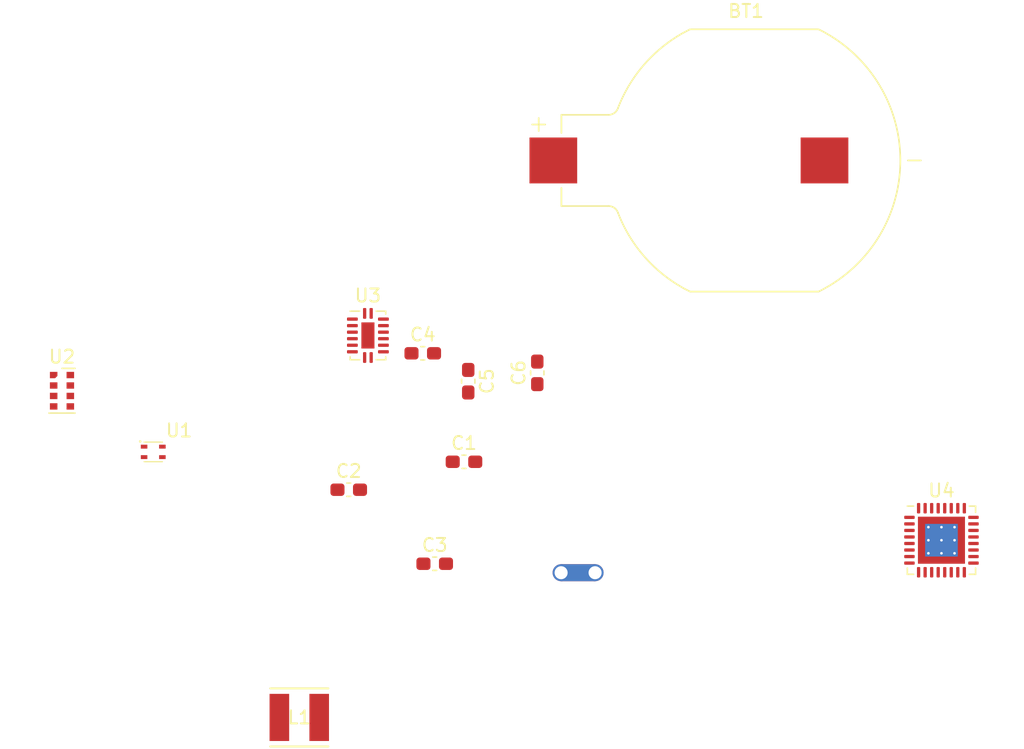
<source format=kicad_pcb>
(kicad_pcb (version 20221018) (generator pcbnew)
  (layers (0 "F.Cu" signal) (31 "B.Cu" signal) (34 "B.Paste" user) (35 "F.Paste" user) (36 "B.SilkS" user "B.Silkscreen") (37 "F.SilkS" user "F.Silkscreen") (38 "B.Mask" user) (39 "F.Mask" user) (44 "Edge.Cuts" user))
  (net 0 "")
  (net 3 "+BATT")
  (net 4 "GNDPWR")
  (net 5 "+3.3V")
  (net 6 "NBM_SDO")
  (net 7 "NBM_CS")
  (net 8 "NBM_SDI")
  (net 9 "NBM_SCLK")
  (net 10 "GND")
  (net 11 "Net-(U3-LX1)")
  (net 12 "Net-(U3-LX2)")
  (net 13 "FAST_SDA")
  (net 14 "FAST_SCL")
  (net 15 "AS7343_INT")
  (net 16 "NBM_RDY")
  (net 17 "Net-(U3-VDP)")
  (net 37 "Net-(U4-VSS-Pad20)")
  (net 49 "Net-(U3-CAP)")
  (net 50 "Net-(U3-BAL)")
  (footprint "Capacitor_SMD:C_0603_1608Metric_Pad1.08x0.95mm_HandSolder" (layer "F.Cu") (at 99.9794 49.0168)
    (fp_text reference "C1" (at 0 -1.43) (layer "F.SilkS"))
    (fp_text value "1 uF")
    (fp_line (start -0.146267 -0.51) (end 0.146267 -0.51) (stroke (width 0.12)) (layer "F.SilkS"))
    (fp_line (start -0.146267 0.51) (end 0.146267 0.51) (stroke (width 0.12)) (layer "F.SilkS"))
    (pad "1" smd roundrect (at -0.8625 0) (size 1.075 0.95) (layers "F.Cu" "F.Paste" "F.Mask") (net 3 "+BATT"))
    (pad "2" smd roundrect (at 0.8625 0) (size 1.075 0.95) (layers "F.Cu" "F.Paste" "F.Mask") (net 4 "GNDPWR"))
  )
  (footprint "1070TR:KEYSTONE_1070TR" (layer "F.Cu") (at 122.19585 25.9588)
    (fp_text reference "BT1" (at -0.635 -11.43) (layer "F.SilkS"))
    (fp_text value "1070TR")
    (fp_line (start -17 -2.75) (end -16 -2.75) (stroke (width 0.127)) (layer "F.SilkS"))
    (fp_line (start -16.5 -3.25) (end -16.5 -2.25) (stroke (width 0.127)) (layer "F.SilkS"))
    (fp_line (start -14.76 -3.49) (end -14.76 -2.1) (stroke (width 0.127)) (layer "F.SilkS"))
    (fp_line (start -14.76 -3.49) (end -11.154 -3.49) (stroke (width 0.127)) (layer "F.SilkS"))
    (fp_line (start -14.76 2.1) (end -14.76 3.49) (stroke (width 0.127)) (layer "F.SilkS"))
    (fp_line (start -14.76 3.49) (end -11.154 3.49) (stroke (width 0.127)) (layer "F.SilkS"))
    (fp_line (start -4.91726 -10.035) (end 4.91726 -10.035) (stroke (width 0.127)) (layer "F.SilkS"))
    (fp_line (start -4.91726 10.035) (end 4.91726 10.035) (stroke (width 0.127)) (layer "F.SilkS"))
    (fp_line (start 11.75 0) (end 12.75 0) (stroke (width 0.127)) (layer "F.SilkS"))
    (fp_arc (start -11.154 3.49) (mid -10.721681 3.624518) (end -10.442 3.98057) (stroke (width 0.127)) (layer "F.SilkS"))
    (fp_arc (start -10.442 -3.98057) (mid -10.721681 -3.624518) (end -11.154 -3.49) (stroke (width 0.127)) (layer "F.SilkS"))
    (fp_arc (start -10.442 -3.98057) (mid -8.25474 -7.53258) (end -4.91726 -10.035) (stroke (width 0.127)) (layer "F.SilkS"))
    (fp_arc (start -4.91726 10.035) (mid -8.25474 7.53258) (end -10.442 3.98057) (stroke (width 0.127)) (layer "F.SilkS"))
    (fp_arc (start 4.91726 -10.035) (mid 11.174985 0) (end 4.91726 10.035) (stroke (width 0.127)) (layer "F.SilkS"))
    (pad "N" smd rect (at 5.37 0) (size 3.65 3.51) (layers "F.Cu" "F.Paste" "F.Mask") (net 4 "GNDPWR"))
    (pad "P" smd rect (at -15.38 0) (size 3.65 3.51) (layers "F.Cu" "F.Paste" "F.Mask") (net 3 "+BATT"))
  )
  (footprint "Capacitor_SMD:C_0603_1608Metric_Pad1.08x0.95mm_HandSolder" (layer "F.Cu") (at 97.7392 56.8198)
    (fp_text reference "C3" (at 0 -1.43) (layer "F.SilkS"))
    (fp_text value "1 uF")
    (fp_line (start -0.146267 -0.51) (end 0.146267 -0.51) (stroke (width 0.12)) (layer "F.SilkS"))
    (fp_line (start -0.146267 0.51) (end 0.146267 0.51) (stroke (width 0.12)) (layer "F.SilkS"))
    (pad "1" smd roundrect (at -0.8625 0) (size 1.075 0.95) (layers "F.Cu" "F.Paste" "F.Mask") (net 17 "Net-(U3-VDP)"))
    (pad "2" smd roundrect (at 0.8625 0) (size 1.075 0.95) (layers "F.Cu" "F.Paste" "F.Mask") (net 10 "GND"))
  )
  (footprint "Capacitor_SMD:C_0603_1608Metric_Pad1.08x0.95mm_HandSolder" (layer "F.Cu") (at 91.1606 51.1556)
    (fp_text reference "C2" (at 0 -1.43) (layer "F.SilkS"))
    (fp_text value "47 uF")
    (fp_line (start -0.146267 -0.51) (end 0.146267 -0.51) (stroke (width 0.12)) (layer "F.SilkS"))
    (fp_line (start -0.146267 0.51) (end 0.146267 0.51) (stroke (width 0.12)) (layer "F.SilkS"))
    (pad "1" smd roundrect (at -0.8625 0) (size 1.075 0.95) (layers "F.Cu" "F.Paste" "F.Mask") (net 5 "+3.3V"))
    (pad "2" smd roundrect (at 0.8625 0) (size 1.075 0.95) (layers "F.Cu" "F.Paste" "F.Mask") (net 4 "GNDPWR"))
  )
  (footprint "NetTie:NetTie-2_THT_Pad1.0mm" (layer "F.Cu") (at 107.412 57.5056)
    (fp_text reference "NT1" hide)
    (fp_text value "NetTie_2" hide)
    (fp_poly (pts (xy 0 -0.65) (xy 2.6 -0.65) (xy 2.6 0.65) (xy 0 0.65)) (fill solid) (layer "F.Cu"))
    (fp_poly (pts (xy 0 -0.65) (xy 2.6 -0.65) (xy 2.6 0.65) (xy 0 0.65)) (fill solid) (layer "B.Cu"))
    (pad "1" thru_hole circle (at 0 0) (size 1.3 1.3) (drill 1) (layers "*.Cu") (net 10 "GND"))
    (pad "2" thru_hole circle (at 2.6 0) (size 1.3 1.3) (drill 1) (layers "*.Cu") (net 4 "GNDPWR"))
  )
  (footprint "SHT41_AD1F_R2:SHT4X" (layer "F.Cu") (at 76.2 48.26)
    (fp_text reference "U1" (at 1.975 -1.635) (layer "F.SilkS"))
    (fp_text value "SHT41-AD1F-R2")
    (fp_line (start -0.7 -0.75) (end 0.7 -0.75) (stroke (width 0.1)) (layer "F.SilkS"))
    (fp_line (start -0.7 0.75) (end 0.7 0.75) (stroke (width 0.1)) (layer "F.SilkS"))
    (fp_circle (center -1 -0.8) (end -0.95 -0.8) (stroke (width 0.1)) (fill none) (layer "F.SilkS"))
    (pad "1" smd rect (at -0.7 -0.4) (size 0.5 0.3) (layers "F.Cu" "F.Paste" "F.Mask") (net 13 "FAST_SDA"))
    (pad "2" smd rect (at -0.7 0.4) (size 0.5 0.3) (layers "F.Cu" "F.Paste" "F.Mask") (net 14 "FAST_SCL"))
    (pad "3" smd rect (at 0.7 0.4) (size 0.5 0.3) (layers "F.Cu" "F.Paste" "F.Mask") (net 5 "+3.3V"))
    (pad "4" smd rect (at 0.7 -0.4) (size 0.5 0.3) (layers "F.Cu" "F.Paste" "F.Mask") (net 10 "GND"))
  )
  (footprint "Package_LGA:AMS_OLGA-8_2x3.1mm_P0.8mm" (layer "F.Cu") (at 69.218 43.58)
    (fp_text reference "U2" (at 0 -2.6) (layer "F.SilkS"))
    (fp_text value "AS7343xDLG")
    (fp_line (start -1 1.71) (end 1 1.71) (stroke (width 0.12)) (layer "F.SilkS"))
    (fp_line (start 0 -1.71) (end 1 -1.71) (stroke (width 0.12)) (layer "F.SilkS"))
    (pad "1" smd roundrect (at -0.638 -1.2) (size 0.575 0.488) (layers "F.Cu" "F.Paste" "F.Mask") (roundrect_rratio 0) (chamfer_ratio 0.3625) (chamfer bottom_right) (net 5 "+3.3V"))
    (pad "2" smd rect (at -0.638 -0.4) (size 0.575 0.488) (layers "F.Cu" "F.Paste" "F.Mask") (net 14 "FAST_SCL"))
    (pad "3" smd rect (at -0.638 0.4) (size 0.575 0.488) (layers "F.Cu" "F.Paste" "F.Mask") (net 10 "GND"))
    (pad "4" smd rect (at -0.638 1.2) (size 0.575 0.488) (layers "F.Cu" "F.Paste" "F.Mask"))
    (pad "5" smd rect (at 0.638 1.2) (size 0.575 0.488) (layers "F.Cu" "F.Paste" "F.Mask") (net 10 "GND"))
    (pad "6" smd rect (at 0.638 0.4) (size 0.575 0.488) (layers "F.Cu" "F.Paste" "F.Mask"))
    (pad "7" smd rect (at 0.638 -0.4) (size 0.575 0.488) (layers "F.Cu" "F.Paste" "F.Mask") (net 15 "AS7343_INT"))
    (pad "8" smd rect (at 0.638 -1.2) (size 0.575 0.488) (layers "F.Cu" "F.Paste" "F.Mask") (net 13 "FAST_SDA"))
  )
  (footprint "Package_DFN_QFN:QFN-32-1EP_5x5mm_P0.5mm_EP3.6x3.6mm_ThermalVias" (layer "F.Cu") (at 136.517 55.0194)
    (fp_text reference "U4" (at 0 -3.8) (layer "F.SilkS"))
    (fp_text value "nRF52811-QCxx")
    (fp_line (start -2.61 2.61) (end -2.61 2.135) (stroke (width 0.12)) (layer "F.SilkS"))
    (fp_line (start -2.135 -2.61) (end -2.61 -2.61) (stroke (width 0.12)) (layer "F.SilkS"))
    (fp_line (start -2.135 2.61) (end -2.61 2.61) (stroke (width 0.12)) (layer "F.SilkS"))
    (fp_line (start 2.135 -2.61) (end 2.61 -2.61) (stroke (width 0.12)) (layer "F.SilkS"))
    (fp_line (start 2.135 2.61) (end 2.61 2.61) (stroke (width 0.12)) (layer "F.SilkS"))
    (fp_line (start 2.61 -2.61) (end 2.61 -2.135) (stroke (width 0.12)) (layer "F.SilkS"))
    (fp_line (start 2.61 2.61) (end 2.61 2.135) (stroke (width 0.12)) (layer "F.SilkS"))
    (pad "1" smd roundrect (at -2.45 -1.75) (size 0.8 0.25) (layers "F.Cu" "F.Paste" "F.Mask"))
    (pad "2" smd roundrect (at -2.45 -1.25) (size 0.8 0.25) (layers "F.Cu" "F.Paste" "F.Mask"))
    (pad "3" smd roundrect (at -2.45 -0.75) (size 0.8 0.25) (layers "F.Cu" "F.Paste" "F.Mask"))
    (pad "4" smd roundrect (at -2.45 -0.25) (size 0.8 0.25) (layers "F.Cu" "F.Paste" "F.Mask"))
    (pad "5" smd roundrect (at -2.45 0.25) (size 0.8 0.25) (layers "F.Cu" "F.Paste" "F.Mask"))
    (pad "6" smd roundrect (at -2.45 0.75) (size 0.8 0.25) (layers "F.Cu" "F.Paste" "F.Mask"))
    (pad "7" smd roundrect (at -2.45 1.25) (size 0.8 0.25) (layers "F.Cu" "F.Paste" "F.Mask"))
    (pad "8" smd roundrect (at -2.45 1.75) (size 0.8 0.25) (layers "F.Cu" "F.Paste" "F.Mask"))
    (pad "9" smd roundrect (at -1.75 2.45) (size 0.25 0.8) (layers "F.Cu" "F.Paste" "F.Mask"))
    (pad "10" smd roundrect (at -1.25 2.45) (size 0.25 0.8) (layers "F.Cu" "F.Paste" "F.Mask"))
    (pad "11" smd roundrect (at -0.75 2.45) (size 0.25 0.8) (layers "F.Cu" "F.Paste" "F.Mask"))
    (pad "12" smd roundrect (at -0.25 2.45) (size 0.25 0.8) (layers "F.Cu" "F.Paste" "F.Mask"))
    (pad "13" smd roundrect (at 0.25 2.45) (size 0.25 0.8) (layers "F.Cu" "F.Paste" "F.Mask"))
    (pad "14" smd roundrect (at 0.75 2.45) (size 0.25 0.8) (layers "F.Cu" "F.Paste" "F.Mask"))
    (pad "15" smd roundrect (at 1.25 2.45) (size 0.25 0.8) (layers "F.Cu" "F.Paste" "F.Mask"))
    (pad "16" smd roundrect (at 1.75 2.45) (size 0.25 0.8) (layers "F.Cu" "F.Paste" "F.Mask"))
    (pad "17" smd roundrect (at 2.45 1.75) (size 0.8 0.25) (layers "F.Cu" "F.Paste" "F.Mask"))
    (pad "18" smd roundrect (at 2.45 1.25) (size 0.8 0.25) (layers "F.Cu" "F.Paste" "F.Mask"))
    (pad "19" smd roundrect (at 2.45 0.75) (size 0.8 0.25) (layers "F.Cu" "F.Paste" "F.Mask"))
    (pad "20" smd roundrect (at 2.45 0.25) (size 0.8 0.25) (layers "F.Cu" "F.Paste" "F.Mask") (net 37 "Net-(U4-VSS-Pad20)"))
    (pad "21" smd roundrect (at 2.45 -0.25) (size 0.8 0.25) (layers "F.Cu" "F.Paste" "F.Mask"))
    (pad "22" smd roundrect (at 2.45 -0.75) (size 0.8 0.25) (layers "F.Cu" "F.Paste" "F.Mask"))
    (pad "23" smd roundrect (at 2.45 -1.25) (size 0.8 0.25) (layers "F.Cu" "F.Paste" "F.Mask"))
    (pad "24" smd roundrect (at 2.45 -1.75) (size 0.8 0.25) (layers "F.Cu" "F.Paste" "F.Mask"))
    (pad "25" smd roundrect (at 1.75 -2.45) (size 0.25 0.8) (layers "F.Cu" "F.Paste" "F.Mask"))
    (pad "26" smd roundrect (at 1.25 -2.45) (size 0.25 0.8) (layers "F.Cu" "F.Paste" "F.Mask"))
    (pad "27" smd roundrect (at 0.75 -2.45) (size 0.25 0.8) (layers "F.Cu" "F.Paste" "F.Mask"))
    (pad "28" smd roundrect (at 0.25 -2.45) (size 0.25 0.8) (layers "F.Cu" "F.Paste" "F.Mask"))
    (pad "29" smd roundrect (at -0.25 -2.45) (size 0.25 0.8) (layers "F.Cu" "F.Paste" "F.Mask") (net 37 "Net-(U4-VSS-Pad20)"))
    (pad "30" smd roundrect (at -0.75 -2.45) (size 0.25 0.8) (layers "F.Cu" "F.Paste" "F.Mask"))
    (pad "31" smd roundrect (at -1.25 -2.45) (size 0.25 0.8) (layers "F.Cu" "F.Paste" "F.Mask"))
    (pad "32" smd roundrect (at -1.75 -2.45) (size 0.25 0.8) (layers "F.Cu" "F.Paste" "F.Mask"))
    (pad "33" thru_hole circle (at -1 -1) (size 0.5 0.5) (drill 0.2) (layers "*.Cu") (net 37 "Net-(U4-VSS-Pad20)"))
    (pad "33" thru_hole circle (at -1 0) (size 0.5 0.5) (drill 0.2) (layers "*.Cu") (net 37 "Net-(U4-VSS-Pad20)"))
    (pad "33" thru_hole circle (at -1 1) (size 0.5 0.5) (drill 0.2) (layers "*.Cu") (net 37 "Net-(U4-VSS-Pad20)"))
    (pad "33" thru_hole circle (at 0 -1) (size 0.5 0.5) (drill 0.2) (layers "*.Cu") (net 37 "Net-(U4-VSS-Pad20)"))
    (pad "33" thru_hole circle (at 0 0) (size 0.5 0.5) (drill 0.2) (layers "*.Cu") (net 37 "Net-(U4-VSS-Pad20)"))
    (pad "33" smd rect (at 0 0) (size 2.5 2.5) (layers "B.Cu") (net 37 "Net-(U4-VSS-Pad20)"))
    (pad "33" smd rect (at 0 0) (size 3.6 3.6) (layers "F.Cu" "F.Mask") (net 37 "Net-(U4-VSS-Pad20)"))
    (pad "33" thru_hole circle (at 0 1) (size 0.5 0.5) (drill 0.2) (layers "*.Cu") (net 37 "Net-(U4-VSS-Pad20)"))
    (pad "33" thru_hole circle (at 1 -1) (size 0.5 0.5) (drill 0.2) (layers "*.Cu") (net 37 "Net-(U4-VSS-Pad20)"))
    (pad "33" thru_hole circle (at 1 0) (size 0.5 0.5) (drill 0.2) (layers "*.Cu") (net 37 "Net-(U4-VSS-Pad20)"))
    (pad "33" thru_hole circle (at 1 1) (size 0.5 0.5) (drill 0.2) (layers "*.Cu") (net 37 "Net-(U4-VSS-Pad20)"))
  )
  (footprint "SRN4018_150M:IND_BOURNS_SRN4018" (layer "F.Cu") (at 87.376 68.58)
    (fp_text reference "L1" (at 0 0 unlocked) (layer "F.SilkS"))
    (fp_text value "SRN4018-150M")
    (fp_line (start -2.2225 2.2225) (end 2.2225 2.2225) (stroke (width 0.1524)) (layer "F.SilkS"))
    (fp_line (start 2.2225 -2.2225) (end -2.2225 -2.2225) (stroke (width 0.1524)) (layer "F.SilkS"))
    (pad "1" smd rect (at -1.524 0) (size 1.4986 3.6068) (layers "F.Cu" "F.Paste" "F.Mask") (net 11 "Net-(U3-LX1)"))
    (pad "2" smd rect (at 1.524 0) (size 1.4986 3.6068) (layers "F.Cu" "F.Paste" "F.Mask") (net 12 "Net-(U3-LX2)"))
  )
  (footprint "Capacitor_SMD:C_0603_1608Metric_Pad1.08x0.95mm_HandSolder" (layer "F.Cu") (at 105.5878 42.2137 90)
    (fp_text reference "C6" (at 0 -1.43 90) (layer "F.SilkS"))
    (fp_text value "10 uF")
    (fp_line (start -0.146267 -0.51) (end 0.146267 -0.51) (stroke (width 0.12)) (layer "F.SilkS"))
    (fp_line (start -0.146267 0.51) (end 0.146267 0.51) (stroke (width 0.12)) (layer "F.SilkS"))
    (pad "1" smd roundrect (at -0.8625 0 90) (size 1.075 0.95) (layers "F.Cu" "F.Paste" "F.Mask") (net 49 "Net-(U3-CAP)"))
    (pad "2" smd roundrect (at 0.8625 0 90) (size 1.075 0.95) (layers "F.Cu" "F.Paste" "F.Mask") (net 4 "GNDPWR"))
  )
  (footprint "Capacitor_SMD:C_0603_1608Metric_Pad1.08x0.95mm_HandSolder" (layer "F.Cu") (at 96.8248 40.7162)
    (fp_text reference "C4" (at 0 -1.43) (layer "F.SilkS"))
    (fp_text value "C")
    (fp_line (start -0.146267 -0.51) (end 0.146267 -0.51) (stroke (width 0.12)) (layer "F.SilkS"))
    (fp_line (start -0.146267 0.51) (end 0.146267 0.51) (stroke (width 0.12)) (layer "F.SilkS"))
    (pad "1" smd roundrect (at -0.8625 0) (size 1.075 0.95) (layers "F.Cu" "F.Paste" "F.Mask") (net 49 "Net-(U3-CAP)"))
    (pad "2" smd roundrect (at 0.8625 0) (size 1.075 0.95) (layers "F.Cu" "F.Paste" "F.Mask") (net 50 "Net-(U3-BAL)"))
  )
  (footprint "Capacitor_SMD:C_0603_1608Metric_Pad1.08x0.95mm_HandSolder" (layer "F.Cu") (at 100.3046 42.8509 -90)
    (fp_text reference "C5" (at 0 -1.43 90) (layer "F.SilkS"))
    (fp_text value "C")
    (fp_line (start -0.146267 -0.51) (end 0.146267 -0.51) (stroke (width 0.12)) (layer "F.SilkS"))
    (fp_line (start -0.146267 0.51) (end 0.146267 0.51) (stroke (width 0.12)) (layer "F.SilkS"))
    (pad "1" smd roundrect (at -0.8625 0 270) (size 1.075 0.95) (layers "F.Cu" "F.Paste" "F.Mask") (net 50 "Net-(U3-BAL)"))
    (pad "2" smd roundrect (at 0.8625 0 270) (size 1.075 0.95) (layers "F.Cu" "F.Paste" "F.Mask") (net 4 "GNDPWR"))
  )
  (footprint "NBM5100:SOT763-1" (layer "F.Cu") (at 92.6275 39.35)
    (fp_text reference "U3" (at 0 -3.05) (layer "F.SilkS"))
    (fp_text value "NBM5100B")
    (fp_line (start -1.36 1.86) (end -1.36 1.635) (stroke (width 0.12)) (layer "F.SilkS"))
    (fp_line (start -0.635 -1.86) (end -1.36 -1.86) (stroke (width 0.12)) (layer "F.SilkS"))
    (fp_line (start -0.635 1.86) (end -1.36 1.86) (stroke (width 0.12)) (layer "F.SilkS"))
    (fp_line (start 0.635 -1.86) (end 1.36 -1.86) (stroke (width 0.12)) (layer "F.SilkS"))
    (fp_line (start 0.635 1.86) (end 1.36 1.86) (stroke (width 0.12)) (layer "F.SilkS"))
    (fp_line (start 1.36 -1.86) (end 1.36 -1.635) (stroke (width 0.12)) (layer "F.SilkS"))
    (fp_line (start 1.36 1.86) (end 1.36 1.635) (stroke (width 0.12)) (layer "F.SilkS"))
    (pad "1" smd roundrect (at -0.25 -1.6875) (size 0.25 0.825) (layers "F.Cu" "F.Paste" "F.Mask") (net 6 "NBM_SDO"))
    (pad "2" smd roundrect (at -1.1875 -1.25) (size 0.825 0.25) (layers "F.Cu" "F.Paste" "F.Mask") (net 10 "GND"))
    (pad "3" smd roundrect (at -1.1875 -0.75) (size 0.825 0.25) (layers "F.Cu" "F.Paste" "F.Mask") (net 16 "NBM_RDY"))
    (pad "4" smd roundrect (at -1.1875 -0.25) (size 0.825 0.25) (layers "F.Cu" "F.Paste" "F.Mask") (net 7 "NBM_CS"))
    (pad "5" smd roundrect (at -1.1875 0.25) (size 0.825 0.25) (layers "F.Cu" "F.Paste" "F.Mask") (net 8 "NBM_SDI"))
    (pad "6" smd roundrect (at -1.1875 0.75) (size 0.825 0.25) (layers "F.Cu" "F.Paste" "F.Mask") (net 10 "GND"))
    (pad "6" smd rect (at 0 0) (size 1 2) (layers "F.Cu" "F.Mask") (net 10 "GND"))
    (pad "7" smd roundrect (at -1.1875 1.25) (size 0.825 0.25) (layers "F.Cu" "F.Paste" "F.Mask") (net 3 "+BATT"))
    (pad "8" smd roundrect (at -0.25 1.6875) (size 0.25 0.825) (layers "F.Cu" "F.Paste" "F.Mask") (net 50 "Net-(U3-BAL)"))
    (pad "9" smd roundrect (at 0.25 1.6875) (size 0.25 0.825) (layers "F.Cu" "F.Paste" "F.Mask") (net 5 "+3.3V"))
    (pad "10" smd roundrect (at 1.1875 1.25) (size 0.825 0.25) (layers "F.Cu" "F.Paste" "F.Mask") (net 49 "Net-(U3-CAP)"))
    (pad "11" smd roundrect (at 1.1875 0.75) (size 0.825 0.25) (layers "F.Cu" "F.Paste" "F.Mask") (net 12 "Net-(U3-LX2)"))
    (pad "12" smd roundrect (at 1.1875 0.25) (size 0.825 0.25) (layers "F.Cu" "F.Paste" "F.Mask") (net 4 "GNDPWR"))
    (pad "13" smd roundrect (at 1.1875 -0.25) (size 0.825 0.25) (layers "F.Cu" "F.Paste" "F.Mask") (net 11 "Net-(U3-LX1)"))
    (pad "14" smd roundrect (at 1.1875 -0.75) (size 0.825 0.25) (layers "F.Cu" "F.Paste" "F.Mask") (net 5 "+3.3V"))
    (pad "15" smd roundrect (at 1.1875 -1.25) (size 0.825 0.25) (layers "F.Cu" "F.Paste" "F.Mask") (net 17 "Net-(U3-VDP)"))
    (pad "16" smd roundrect (at 0.25 -1.6875) (size 0.25 0.825) (layers "F.Cu" "F.Paste" "F.Mask") (net 9 "NBM_SCLK"))
  )
)
</source>
